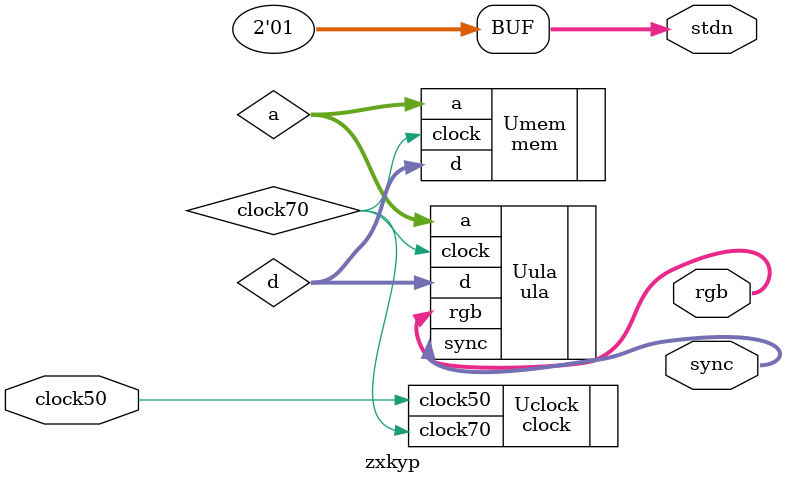
<source format=v>

module zxkyp
(
	input  wire      clock50,
	output wire[1:0] stdn,
	output wire[1:0] sync,
	output wire[8:0] rgb
);

wire[ 7:0] d;
wire[12:0] a;

clock Uclock
(
	.clock50(clock50),
	.clock70(clock70)
);
ula Uula
(
	.clock  (clock70),
	.sync   (sync   ),
	.rgb    (rgb    ),
	.d      (d      ),
	.a      (a      )
);
mem Umem
(
	.clock  (clock70),
	.d      (d      ),
	.a      (a      )
);

assign stdn = 2'b01;

endmodule

</source>
